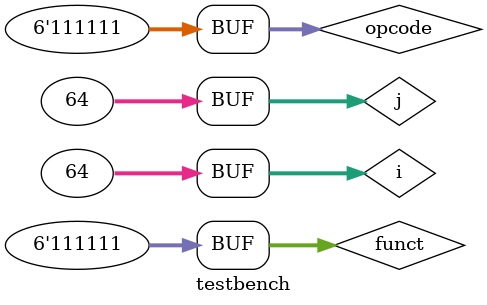
<source format=v>
`include "cu.v"
`include "aluControl.v"
module testbench;
	reg [5:0] opcode,funct;
	integer i,j;
	wire RegDst,ALUSrc,MemtoReg, RegWrite, MemRead, MemWrite,Branch,ALUOp0,ALUOp1;
	wire [2:0] operation;
	ANDarray pla(RegDst,ALUSrc, MemtoReg, RegWrite, MemRead, MemWrite,Branch,ALUOp0,ALUOp1,opcode);
	aluControl aluc(ALUOp1,ALUOp0,funct,operation);
	initial begin
	$dumpfile("ALUcu.vcd"); $dumpvars;
	for( i = 0; i <= 63; i = i + 1)
	begin
	#100 opcode = i;
		for( j = 0; j <= 63; j = j + 1)
		begin
		#100 funct = j;
		$monitor("opcode = %b ",opcode,"funct = %b ",funct,"opeartion = %b ",operation,"ALUOp0 = %b ",ALUOp0,"ALUOp1 = %b ",ALUOp1);
		end
	end
	end
endmodule
</source>
